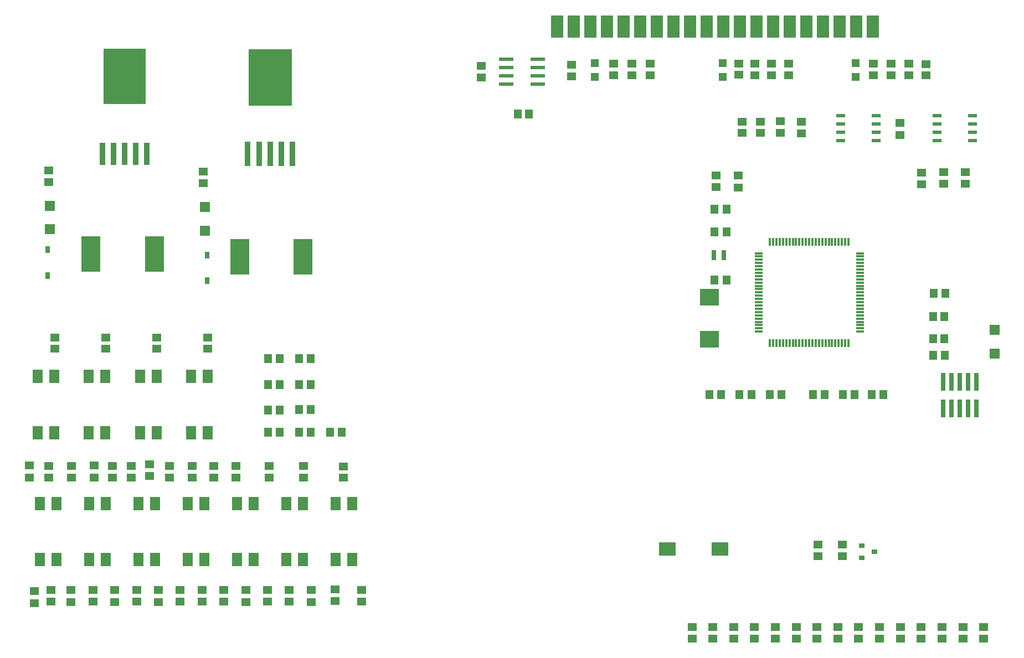
<source format=gtp>
G04*
G04 #@! TF.GenerationSoftware,Altium Limited,Altium Designer,24.3.1 (35)*
G04*
G04 Layer_Color=8421504*
%FSLAX42Y42*%
%MOMM*%
G71*
G04*
G04 #@! TF.SameCoordinates,998AAEF2-78E8-49C1-A84E-A9ECD080E68D*
G04*
G04*
G04 #@! TF.FilePolarity,Positive*
G04*
G01*
G75*
%ADD18R,1.15X1.35*%
%ADD19R,1.60X1.50*%
%ADD20R,0.74X2.79*%
%ADD21R,1.15X1.45*%
%ADD22R,1.35X1.15*%
%ADD23R,1.45X1.15*%
%ADD24R,1.55X2.10*%
%ADD25R,0.66X1.12*%
%ADD26R,1.20X1.20*%
%ADD27R,1.19X0.30*%
%ADD28R,0.30X1.19*%
%ADD29R,0.80X1.50*%
%ADD30R,3.00X2.50*%
%ADD31R,0.90X0.80*%
%ADD32R,1.46X0.53*%
%ADD33R,2.29X0.56*%
%ADD34R,2.90X5.40*%
%ADD35R,6.60X8.76*%
%ADD36R,0.97X3.81*%
%ADD37R,6.55X8.46*%
%ADD38R,0.97X3.51*%
%ADD39R,2.50X2.00*%
G36*
X8327Y9548D02*
D01*
X8147D01*
Y9888D01*
X8327D01*
Y9548D01*
D02*
G37*
G36*
X8581D02*
D01*
X8401D01*
Y9888D01*
X8581D01*
Y9548D01*
D02*
G37*
G36*
X8835D02*
D01*
X8655D01*
Y9888D01*
X8835D01*
Y9548D01*
D02*
G37*
G36*
X9089D02*
D01*
X8909D01*
Y9888D01*
X9089D01*
Y9548D01*
D02*
G37*
G36*
X9343D02*
D01*
X9163D01*
Y9888D01*
X9343D01*
Y9548D01*
D02*
G37*
G36*
X9597D02*
D01*
X9417D01*
Y9888D01*
X9597D01*
Y9548D01*
D02*
G37*
G36*
X9851D02*
D01*
X9671D01*
Y9888D01*
X9851D01*
Y9548D01*
D02*
G37*
G36*
X10105D02*
D01*
X9925D01*
Y9888D01*
X10105D01*
Y9548D01*
D02*
G37*
G36*
X10359D02*
D01*
X10179D01*
Y9888D01*
X10359D01*
Y9548D01*
D02*
G37*
G36*
X10613D02*
D01*
X10433D01*
Y9888D01*
X10613D01*
Y9548D01*
D02*
G37*
G36*
X10867D02*
D01*
X10687D01*
Y9888D01*
X10867D01*
Y9548D01*
D02*
G37*
G36*
X11121D02*
D01*
X10941D01*
Y9888D01*
X11121D01*
Y9548D01*
D02*
G37*
G36*
X11375D02*
D01*
X11195D01*
Y9888D01*
X11375D01*
Y9548D01*
D02*
G37*
G36*
X11629D02*
D01*
X11449D01*
Y9888D01*
X11629D01*
Y9548D01*
D02*
G37*
G36*
X11883D02*
D01*
X11703D01*
Y9888D01*
X11883D01*
Y9548D01*
D02*
G37*
G36*
X12137D02*
D01*
X11957D01*
Y9888D01*
X12137D01*
Y9548D01*
D02*
G37*
G36*
X12391D02*
D01*
X12211D01*
Y9888D01*
X12391D01*
Y9548D01*
D02*
G37*
G36*
X12645D02*
D01*
X12465D01*
Y9888D01*
X12645D01*
Y9548D01*
D02*
G37*
G36*
X12899D02*
D01*
X12719D01*
Y9888D01*
X12899D01*
Y9548D01*
D02*
G37*
G36*
X13153D02*
D01*
X12973D01*
Y9888D01*
X13153D01*
Y9548D01*
D02*
G37*
D18*
X12150Y4085D02*
D03*
X12325D02*
D03*
X14164Y4686D02*
D03*
X13989D02*
D03*
X13997Y5639D02*
D03*
X14172D02*
D03*
X13984Y5283D02*
D03*
X14159D02*
D03*
X13984Y4940D02*
D03*
X14159D02*
D03*
X4293Y4638D02*
D03*
X4468D02*
D03*
X4293Y4244D02*
D03*
X4468D02*
D03*
X4293Y3856D02*
D03*
X4468D02*
D03*
X4769Y3508D02*
D03*
X4944D02*
D03*
X4293D02*
D03*
X4468D02*
D03*
X13223Y4089D02*
D03*
X13048D02*
D03*
X12785Y4085D02*
D03*
X12610D02*
D03*
X7808Y8381D02*
D03*
X7633D02*
D03*
D19*
X14927Y4716D02*
D03*
Y5076D02*
D03*
X2850Y6594D02*
D03*
Y6954D02*
D03*
X483Y6976D02*
D03*
Y6616D02*
D03*
D20*
X14135Y3873D02*
D03*
Y4280D02*
D03*
X14262Y3873D02*
D03*
Y4280D02*
D03*
X14389Y3873D02*
D03*
Y4280D02*
D03*
X14516Y3873D02*
D03*
Y4280D02*
D03*
X14643Y3873D02*
D03*
Y4280D02*
D03*
D21*
X3994Y4638D02*
D03*
X3815D02*
D03*
Y4244D02*
D03*
X3994D02*
D03*
Y3851D02*
D03*
X3815D02*
D03*
X3994Y3508D02*
D03*
X3815D02*
D03*
X10825Y6921D02*
D03*
X10645D02*
D03*
X10825Y6579D02*
D03*
X10645D02*
D03*
X11485Y4089D02*
D03*
X11665D02*
D03*
X11205Y4089D02*
D03*
X11025D02*
D03*
X10645Y5842D02*
D03*
X10825D02*
D03*
X10565Y4089D02*
D03*
X10745D02*
D03*
D22*
X4965Y2816D02*
D03*
Y2991D02*
D03*
X4356Y2997D02*
D03*
Y2822D02*
D03*
X3835Y2997D02*
D03*
Y2822D02*
D03*
X3327Y2997D02*
D03*
Y2822D02*
D03*
X2984Y2997D02*
D03*
Y2822D02*
D03*
X2659Y2997D02*
D03*
Y2822D02*
D03*
X1727Y2997D02*
D03*
Y2822D02*
D03*
X1435Y2997D02*
D03*
Y2822D02*
D03*
X813Y2997D02*
D03*
Y2822D02*
D03*
X2828Y7326D02*
D03*
Y7501D02*
D03*
X467Y7341D02*
D03*
Y7516D02*
D03*
X13071Y9152D02*
D03*
Y8977D02*
D03*
X9097D02*
D03*
Y9152D02*
D03*
X8459Y9131D02*
D03*
Y8956D02*
D03*
X11067Y8090D02*
D03*
Y8265D02*
D03*
X11347D02*
D03*
Y8090D02*
D03*
X11652Y8092D02*
D03*
Y8267D02*
D03*
X4143Y920D02*
D03*
Y1095D02*
D03*
X3809Y1095D02*
D03*
Y920D02*
D03*
X3142Y1095D02*
D03*
Y920D02*
D03*
X2475Y920D02*
D03*
Y1095D02*
D03*
X1808Y920D02*
D03*
Y1095D02*
D03*
X11016Y8978D02*
D03*
Y9153D02*
D03*
X13880Y9145D02*
D03*
Y8970D02*
D03*
X13805Y7305D02*
D03*
Y7480D02*
D03*
X11773Y8977D02*
D03*
Y9152D02*
D03*
X2311Y2821D02*
D03*
Y2996D02*
D03*
X465Y2997D02*
D03*
Y2822D02*
D03*
X12229Y1791D02*
D03*
Y1616D02*
D03*
X1140Y1095D02*
D03*
Y920D02*
D03*
X499Y920D02*
D03*
Y1095D02*
D03*
X4839Y1105D02*
D03*
Y930D02*
D03*
X12596Y1791D02*
D03*
Y1616D02*
D03*
X2808Y1095D02*
D03*
Y920D02*
D03*
X2896Y4964D02*
D03*
Y4789D02*
D03*
X2117Y4964D02*
D03*
Y4789D02*
D03*
X1338Y4964D02*
D03*
Y4789D02*
D03*
X559Y4964D02*
D03*
Y4789D02*
D03*
D23*
X2005Y3021D02*
D03*
Y2841D02*
D03*
X1156Y2820D02*
D03*
Y3000D02*
D03*
X13611Y8971D02*
D03*
Y9150D02*
D03*
X13341Y9154D02*
D03*
Y8974D02*
D03*
X9663Y8971D02*
D03*
Y9150D02*
D03*
X9380Y9154D02*
D03*
Y8974D02*
D03*
X13480Y8062D02*
D03*
Y8242D02*
D03*
X14150Y7490D02*
D03*
Y7310D02*
D03*
X14480Y7310D02*
D03*
Y7490D02*
D03*
X10668Y7439D02*
D03*
Y7260D02*
D03*
X11006Y7437D02*
D03*
Y7257D02*
D03*
X14757Y355D02*
D03*
Y534D02*
D03*
X14439D02*
D03*
Y355D02*
D03*
X14121D02*
D03*
Y534D02*
D03*
X13802D02*
D03*
Y355D02*
D03*
X13484D02*
D03*
Y534D02*
D03*
X13165D02*
D03*
Y355D02*
D03*
X12847D02*
D03*
Y534D02*
D03*
X12529Y355D02*
D03*
Y534D02*
D03*
X12210D02*
D03*
Y355D02*
D03*
X11892D02*
D03*
Y534D02*
D03*
X11573Y355D02*
D03*
Y534D02*
D03*
X11255D02*
D03*
Y355D02*
D03*
X10937D02*
D03*
Y534D02*
D03*
X10618Y355D02*
D03*
Y534D02*
D03*
X10300Y355D02*
D03*
Y534D02*
D03*
X4476Y1097D02*
D03*
Y917D02*
D03*
X3476Y1097D02*
D03*
Y917D02*
D03*
X2141Y917D02*
D03*
Y1097D02*
D03*
X1474Y917D02*
D03*
Y1097D02*
D03*
X807D02*
D03*
Y917D02*
D03*
X7074Y8936D02*
D03*
Y9116D02*
D03*
X11969Y8264D02*
D03*
Y8084D02*
D03*
X11510Y9154D02*
D03*
Y8974D02*
D03*
X5252Y921D02*
D03*
Y1101D02*
D03*
X11263Y9154D02*
D03*
Y8974D02*
D03*
X241Y898D02*
D03*
Y1078D02*
D03*
X165Y3000D02*
D03*
Y2820D02*
D03*
D24*
X2591Y2424D02*
D03*
X2845D02*
D03*
Y1564D02*
D03*
X2591D02*
D03*
X3344Y2424D02*
D03*
X3598D02*
D03*
Y1564D02*
D03*
X3344D02*
D03*
X4851Y2424D02*
D03*
X5105D02*
D03*
Y1564D02*
D03*
X4851D02*
D03*
X1075Y3507D02*
D03*
X1329D02*
D03*
Y4367D02*
D03*
X1075D02*
D03*
X2642Y3507D02*
D03*
X2896D02*
D03*
Y4367D02*
D03*
X2642D02*
D03*
X1858D02*
D03*
X2112D02*
D03*
Y3507D02*
D03*
X1858D02*
D03*
X292Y4367D02*
D03*
X546D02*
D03*
Y3507D02*
D03*
X292D02*
D03*
X1837Y2424D02*
D03*
X2091D02*
D03*
Y1564D02*
D03*
X1837D02*
D03*
X1084Y2424D02*
D03*
X1338D02*
D03*
Y1564D02*
D03*
X1084D02*
D03*
X330D02*
D03*
X584D02*
D03*
Y2424D02*
D03*
X330D02*
D03*
X4098Y1564D02*
D03*
X4352D02*
D03*
Y2424D02*
D03*
X4098D02*
D03*
D25*
X2888Y5829D02*
D03*
Y6224D02*
D03*
X446Y6306D02*
D03*
Y5910D02*
D03*
D26*
X12802Y8947D02*
D03*
Y9157D02*
D03*
X10770D02*
D03*
Y8947D02*
D03*
X8814Y9157D02*
D03*
Y8947D02*
D03*
D27*
X11315Y6251D02*
D03*
Y6201D02*
D03*
Y6151D02*
D03*
Y6101D02*
D03*
Y6051D02*
D03*
Y6001D02*
D03*
Y5951D02*
D03*
Y5901D02*
D03*
Y5851D02*
D03*
Y5801D02*
D03*
Y5751D02*
D03*
Y5701D02*
D03*
Y5651D02*
D03*
Y5601D02*
D03*
Y5551D02*
D03*
Y5501D02*
D03*
Y5451D02*
D03*
Y5401D02*
D03*
Y5351D02*
D03*
Y5301D02*
D03*
Y5251D02*
D03*
Y5201D02*
D03*
Y5151D02*
D03*
Y5101D02*
D03*
Y5051D02*
D03*
X12865D02*
D03*
Y5101D02*
D03*
Y5151D02*
D03*
Y5201D02*
D03*
Y5251D02*
D03*
Y5301D02*
D03*
Y5351D02*
D03*
Y5401D02*
D03*
Y5451D02*
D03*
Y5501D02*
D03*
Y5551D02*
D03*
Y5601D02*
D03*
Y5651D02*
D03*
Y5701D02*
D03*
Y5751D02*
D03*
Y5801D02*
D03*
Y5851D02*
D03*
Y5901D02*
D03*
Y5951D02*
D03*
Y6001D02*
D03*
Y6051D02*
D03*
Y6101D02*
D03*
Y6151D02*
D03*
Y6201D02*
D03*
Y6251D02*
D03*
D28*
X11490Y4876D02*
D03*
X11540D02*
D03*
X11590D02*
D03*
X11640D02*
D03*
X11690D02*
D03*
X11740D02*
D03*
X11790D02*
D03*
X11840D02*
D03*
X11890D02*
D03*
X11940D02*
D03*
X11990D02*
D03*
X12040D02*
D03*
X12090D02*
D03*
X12140D02*
D03*
X12190D02*
D03*
X12240D02*
D03*
X12290D02*
D03*
X12340D02*
D03*
X12390D02*
D03*
X12440D02*
D03*
X12490D02*
D03*
X12540D02*
D03*
X12590D02*
D03*
X12640D02*
D03*
X12690D02*
D03*
Y6426D02*
D03*
X12640D02*
D03*
X12590D02*
D03*
X12540D02*
D03*
X12490D02*
D03*
X12440D02*
D03*
X12390D02*
D03*
X12340D02*
D03*
X12290D02*
D03*
X12240D02*
D03*
X12190D02*
D03*
X12140D02*
D03*
X12090D02*
D03*
X12040D02*
D03*
X11990D02*
D03*
X11940D02*
D03*
X11890D02*
D03*
X11840D02*
D03*
X11790D02*
D03*
X11740D02*
D03*
X11690D02*
D03*
X11640D02*
D03*
X11590D02*
D03*
X11540D02*
D03*
X11490D02*
D03*
D29*
X10633Y6223D02*
D03*
X10783D02*
D03*
D30*
X10563Y5582D02*
D03*
Y4932D02*
D03*
D31*
X12890Y1779D02*
D03*
Y1589D02*
D03*
X13090Y1684D02*
D03*
D32*
X13118Y8356D02*
D03*
Y8229D02*
D03*
Y8101D02*
D03*
Y7975D02*
D03*
X12573D02*
D03*
Y8101D02*
D03*
Y8229D02*
D03*
Y8356D02*
D03*
X14591D02*
D03*
Y8229D02*
D03*
Y8101D02*
D03*
Y7975D02*
D03*
X14046D02*
D03*
Y8101D02*
D03*
Y8229D02*
D03*
Y8356D02*
D03*
D33*
X7455Y9217D02*
D03*
Y9090D02*
D03*
Y8963D02*
D03*
Y8836D02*
D03*
X7938D02*
D03*
Y8963D02*
D03*
Y9090D02*
D03*
Y9217D02*
D03*
D34*
X4353Y6198D02*
D03*
X3383D02*
D03*
X2081Y6238D02*
D03*
X1111D02*
D03*
D35*
X3848Y8937D02*
D03*
D36*
X4188Y7770D02*
D03*
X4018D02*
D03*
X3848D02*
D03*
X3678D02*
D03*
X3508D02*
D03*
D37*
X1623Y8952D02*
D03*
D38*
X1963Y7772D02*
D03*
X1793D02*
D03*
X1623D02*
D03*
X1453D02*
D03*
X1283D02*
D03*
D39*
X10729Y1727D02*
D03*
X9919D02*
D03*
M02*

</source>
